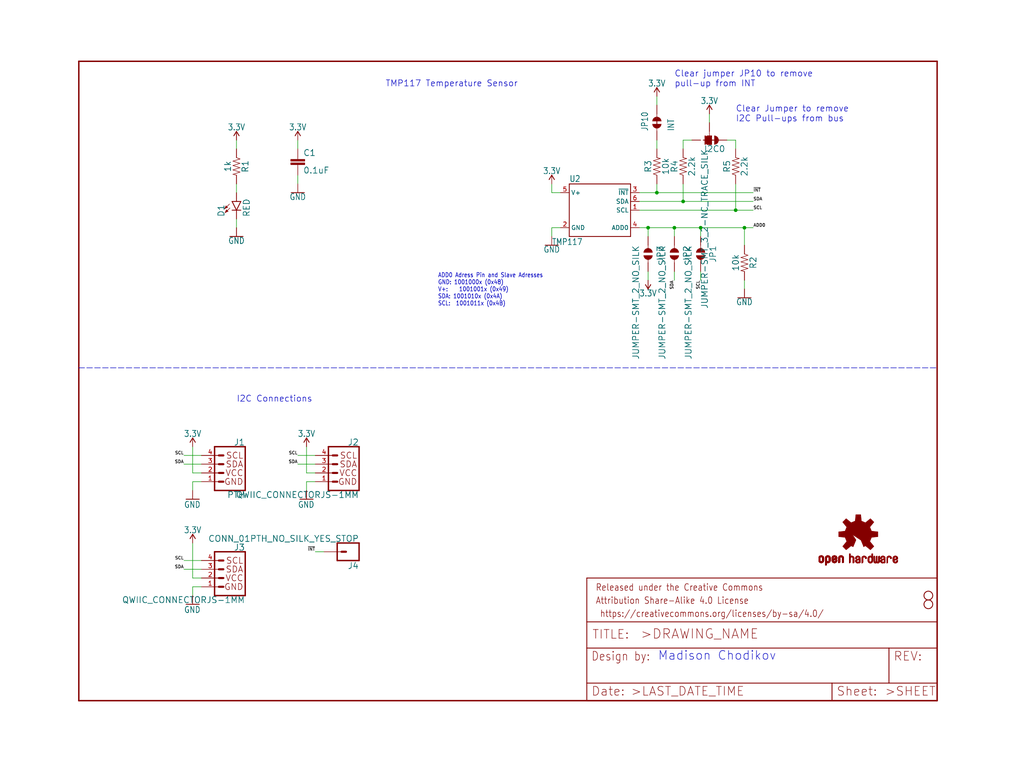
<source format=kicad_sch>
(kicad_sch (version 20211123) (generator eeschema)
  (paper "User" 297.002 223.926)
  (lib_symbols
    (symbol "eagleSchem-eagle-import:0.1UF-0603-25V-(+80{slash}-20%)"
      (property "Reference" "C" (at 1.524 2.921 0))
      (property "Value" "0.1UF-0603-25V-(+80{slash}-20%)" (at 1.524 -2.159 0))
      (symbol "0.1UF-0603-25V-(+80{slash}-20%)_1_0"
        (pin passive line (at 0 5.08 270) (length 2.54) (name "1") (number "1"))
        (pin passive line (at 0 -2.54 90) (length 2.54) (name "2") (number "2"))
      )
    )
    (symbol "eagleSchem-eagle-import:10KOHM-0603-1{slash}10W-1%"
      (property "Reference" "R" (at 0 1.524 0))
      (property "Value" "10KOHM-0603-1{slash}10W-1%" (at 0 -1.524 0))
      (symbol "10KOHM-0603-1{slash}10W-1%_1_0"
        (pin passive line (at -5.08 0 0) (length 2.54) (name "1") (number "1"))
        (pin passive line (at 5.08 0 180) (length 2.54) (name "2") (number "2"))
      )
    )
    (symbol "eagleSchem-eagle-import:1KOHM-0603-1{slash}10W-1%"
      (property "Reference" "R" (at 0 1.524 0))
      (property "Value" "1KOHM-0603-1{slash}10W-1%" (at 0 -1.524 0))
      (symbol "1KOHM-0603-1{slash}10W-1%_1_0"
        (pin passive line (at -5.08 0 0) (length 2.54) (name "1") (number "1"))
        (pin passive line (at 5.08 0 180) (length 2.54) (name "2") (number "2"))
      )
    )
    (symbol "eagleSchem-eagle-import:2.2KOHM-0603-1{slash}10W-1%"
      (property "Reference" "R" (at 0 1.524 0))
      (property "Value" "2.2KOHM-0603-1{slash}10W-1%" (at 0 -1.524 0))
      (symbol "2.2KOHM-0603-1{slash}10W-1%_1_0"
        (pin passive line (at -5.08 0 0) (length 2.54) (name "1") (number "1"))
        (pin passive line (at 5.08 0 180) (length 2.54) (name "2") (number "2"))
      )
    )
    (symbol "eagleSchem-eagle-import:3.3V" (power)
      (property "Value" "3.3V" (at 0 2.794 0))
      (symbol "3.3V_1_0"
        (pin power_in line (at 0 0 90) (length 2.54) (name "3.3V") (number "1"))
      )
    )
    (symbol "eagleSchem-eagle-import:CONN_01PTH_NO_SILK_YES_STOP"
      (property "Reference" "J" (at -2.54 3.048 0))
      (property "Value" "CONN_01PTH_NO_SILK_YES_STOP" (at -2.54 -4.826 0))
      (symbol "CONN_01PTH_NO_SILK_YES_STOP_1_0"
        (pin passive line (at 7.62 0 180) (length 5.08) (name "1") (number "1"))
      )
    )
    (symbol "eagleSchem-eagle-import:FRAME-LETTER"
      (symbol "FRAME-LETTER_2_0"
        (text " https://creativecommons.org/licenses/by-sa/4.0/" (at 2.54 24.13 0) (effects (font (size 1.9304 1.6408)) (justify left bottom)))
        (text ">DRAWING_NAME" (at 15.494 17.78 0) (effects (font (size 2.7432 2.7432)) (justify left bottom)))
        (text ">LAST_DATE_TIME" (at 12.7 1.27 0) (effects (font (size 2.54 2.54)) (justify left bottom)))
        (text ">SHEET" (at 86.36 1.27 0) (effects (font (size 2.54 2.54)) (justify left bottom)))
        (text "Attribution Share-Alike 4.0 License" (at 2.54 27.94 0) (effects (font (size 1.9304 1.6408)) (justify left bottom)))
        (text "Date:" (at 1.27 1.27 0) (effects (font (size 2.54 2.54)) (justify left bottom)))
        (text "Design by:" (at 1.27 11.43 0) (effects (font (size 2.54 2.159)) (justify left bottom)))
        (text "Released under the Creative Commons" (at 2.54 31.75 0) (effects (font (size 1.9304 1.6408)) (justify left bottom)))
        (text "REV:" (at 88.9 11.43 0) (effects (font (size 2.54 2.54)) (justify left bottom)))
        (text "Sheet:" (at 72.39 1.27 0) (effects (font (size 2.54 2.54)) (justify left bottom)))
        (text "TITLE:" (at 1.524 17.78 0) (effects (font (size 2.54 2.54)) (justify left bottom)))
      )
    )
    (symbol "eagleSchem-eagle-import:GND" (power)
      (property "Value" "GND" (at -2.54 -2.54 0))
      (symbol "GND_1_0"
        (pin power_in line (at 0 2.54 270) (length 2.54) (name "GND") (number "1"))
      )
    )
    (symbol "eagleSchem-eagle-import:I2C_STANDARD_NO_SILK"
      (property "Reference" "J" (at -5.08 7.874 0))
      (property "Value" "I2C_STANDARD_NO_SILK" (at -5.08 -5.334 0))
      (symbol "I2C_STANDARD_NO_SILK_1_0"
        (text "GND" (at -4.572 -2.54 0) (effects (font (size 1.778 1.778)) (justify left)))
        (text "SCL" (at -4.572 5.08 0) (effects (font (size 1.778 1.778)) (justify left)))
        (text "SDA" (at -4.572 2.54 0) (effects (font (size 1.778 1.778)) (justify left)))
        (text "VCC" (at -4.572 0 0) (effects (font (size 1.778 1.778)) (justify left)))
        (pin power_in line (at 7.62 -2.54 180) (length 5.08) (name "GND") (number "1"))
        (pin power_in line (at 7.62 0 180) (length 5.08) (name "VCC") (number "2"))
        (pin passive line (at 7.62 2.54 180) (length 5.08) (name "SDA") (number "3"))
        (pin passive line (at 7.62 5.08 180) (length 5.08) (name "SCL") (number "4"))
      )
    )
    (symbol "eagleSchem-eagle-import:JUMPER-PAD-2-NC_BY_TRACE"
      (property "Reference" "JP" (at -2.54 2.54 0))
      (property "Value" "JUMPER-PAD-2-NC_BY_TRACE" (at -2.54 -5.08 0))
      (symbol "JUMPER-PAD-2-NC_BY_TRACE_1_0"
        (pin passive line (at -5.08 0 0) (length 2.54) (name "1") (number "1"))
        (pin passive line (at 5.08 0 180) (length 2.54) (name "2") (number "2"))
      )
    )
    (symbol "eagleSchem-eagle-import:JUMPER-SMT_2_NO_SILK"
      (property "Reference" "JP" (at -2.54 2.54 0))
      (property "Value" "JUMPER-SMT_2_NO_SILK" (at -2.54 -2.54 0))
      (symbol "JUMPER-SMT_2_NO_SILK_1_0"
        (pin passive line (at -5.08 0 0) (length 2.54) (name "1") (number "1"))
        (pin passive line (at 5.08 0 180) (length 2.54) (name "2") (number "2"))
      )
    )
    (symbol "eagleSchem-eagle-import:JUMPER-SMT_3_2-NC_TRACE_SILK"
      (property "Reference" "JP" (at 2.54 0.381 0))
      (property "Value" "JUMPER-SMT_3_2-NC_TRACE_SILK" (at 2.54 -0.381 0))
      (symbol "JUMPER-SMT_3_2-NC_TRACE_SILK_1_0"
        (pin passive line (at 0 5.08 270) (length 2.54) (name "1") (number "1"))
        (pin passive line (at -5.08 0 0) (length 2.54) (name "2") (number "2"))
        (pin passive line (at 0 -5.08 90) (length 2.54) (name "3") (number "3"))
      )
    )
    (symbol "eagleSchem-eagle-import:LED-RED0603"
      (property "Reference" "D" (at -3.429 -4.572 90))
      (property "Value" "LED-RED0603" (at 1.905 -4.572 90))
      (symbol "LED-RED0603_1_0"
        (pin passive line (at 0 2.54 270) (length 2.54) (name "A") (number "A"))
        (pin passive line (at 0 -5.08 90) (length 2.54) (name "C") (number "C"))
      )
    )
    (symbol "eagleSchem-eagle-import:OSHW-LOGOMINI")
    (symbol "eagleSchem-eagle-import:QWIIC_CONNECTORJS-1MM"
      (property "Reference" "J" (at -5.08 7.874 0))
      (property "Value" "QWIIC_CONNECTORJS-1MM" (at -5.08 -5.334 0))
      (symbol "QWIIC_CONNECTORJS-1MM_1_0"
        (text "GND" (at -4.572 -2.54 0) (effects (font (size 1.778 1.778)) (justify left)))
        (text "SCL" (at -4.572 5.08 0) (effects (font (size 1.778 1.778)) (justify left)))
        (text "SDA" (at -4.572 2.54 0) (effects (font (size 1.778 1.778)) (justify left)))
        (text "VCC" (at -4.572 0 0) (effects (font (size 1.778 1.778)) (justify left)))
        (pin power_in line (at 7.62 -2.54 180) (length 5.08) (name "1") (number "1"))
        (pin power_in line (at 7.62 0 180) (length 5.08) (name "2") (number "2"))
        (pin passive line (at 7.62 2.54 180) (length 5.08) (name "3") (number "3"))
        (pin passive line (at 7.62 5.08 180) (length 5.08) (name "4") (number "4"))
      )
    )
    (symbol "eagleSchem-eagle-import:STAND-OFF")
    (symbol "eagleSchem-eagle-import:TMP117"
      (property "Reference" "U" (at -7.62 8.128 0))
      (property "Value" "TMP117" (at -7.62 -10.16 0))
      (symbol "TMP117_1_0"
        (pin bidirectional line (at 12.7 0 180) (length 2.54) (name "SCL") (number "1"))
        (pin bidirectional line (at -10.16 -5.08 0) (length 2.54) (name "GND") (number "2"))
        (pin bidirectional line (at 12.7 5.08 180) (length 2.54) (name "~{INT}") (number "3"))
        (pin bidirectional line (at 12.7 -5.08 180) (length 2.54) (name "ADD0") (number "4"))
        (pin power_in line (at -10.16 5.08 0) (length 2.54) (name "V+") (number "5"))
        (pin bidirectional line (at 12.7 2.54 180) (length 2.54) (name "SDA") (number "6"))
      )
    )
  )
  (junction (at 190.5 55.88))
  (junction (at 203.2 66.04))
  (junction (at 213.36 60.96))
  (junction (at 195.58 66.04))
  (junction (at 187.96 66.04))
  (junction (at 198.12 58.42))
  (junction (at 215.9 66.04))
  (wire (pts (xy 190.5 40.64) (xy 190.5 43.18)))
  (wire (pts (xy 215.9 81.28) (xy 215.9 83.82)))
  (wire (pts (xy 58.42 132.08) (xy 53.34 132.08)))
  (wire (pts (xy 195.58 81.28) (xy 195.58 78.74)))
  (wire (pts (xy 205.74 35.56) (xy 205.74 33.02)))
  (wire (pts (xy 187.96 81.28) (xy 187.96 78.74)))
  (wire (pts (xy 68.58 63.5) (xy 68.58 66.04)))
  (wire (pts (xy 210.82 40.64) (xy 213.36 40.64)))
  (wire (pts (xy 213.36 43.18) (xy 213.36 40.64)))
  (wire (pts (xy 53.34 134.62) (xy 58.42 134.62)))
  (wire (pts (xy 198.12 58.42) (xy 185.42 58.42)))
  (wire (pts (xy 203.2 68.58) (xy 203.2 66.04)))
  (wire (pts (xy 55.88 142.24) (xy 55.88 139.7)))
  (wire (pts (xy 68.58 53.34) (xy 68.58 55.88)))
  (wire (pts (xy 55.88 129.54) (xy 55.88 137.16)))
  (wire (pts (xy 160.02 66.04) (xy 162.56 66.04)))
  (wire (pts (xy 55.88 167.64) (xy 58.42 167.64)))
  (wire (pts (xy 55.88 172.72) (xy 55.88 170.18)))
  (wire (pts (xy 187.96 68.58) (xy 187.96 66.04)))
  (wire (pts (xy 86.36 50.8) (xy 86.36 53.34)))
  (wire (pts (xy 213.36 60.96) (xy 185.42 60.96)))
  (wire (pts (xy 53.34 162.56) (xy 58.42 162.56)))
  (wire (pts (xy 93.98 160.02) (xy 91.44 160.02)))
  (wire (pts (xy 203.2 66.04) (xy 215.9 66.04)))
  (wire (pts (xy 203.2 81.28) (xy 203.2 78.74)))
  (wire (pts (xy 198.12 43.18) (xy 198.12 40.64)))
  (polyline (pts (xy 22.86 106.68) (xy 271.78 106.68)))
  (wire (pts (xy 160.02 53.34) (xy 160.02 55.88)))
  (wire (pts (xy 187.96 66.04) (xy 195.58 66.04)))
  (wire (pts (xy 160.02 55.88) (xy 162.56 55.88)))
  (wire (pts (xy 68.58 40.64) (xy 68.58 43.18)))
  (wire (pts (xy 198.12 58.42) (xy 198.12 53.34)))
  (wire (pts (xy 215.9 66.04) (xy 218.44 66.04)))
  (wire (pts (xy 88.9 129.54) (xy 88.9 137.16)))
  (wire (pts (xy 58.42 165.1) (xy 53.34 165.1)))
  (wire (pts (xy 86.36 132.08) (xy 91.44 132.08)))
  (wire (pts (xy 218.44 60.96) (xy 213.36 60.96)))
  (wire (pts (xy 55.88 170.18) (xy 58.42 170.18)))
  (wire (pts (xy 185.42 66.04) (xy 187.96 66.04)))
  (wire (pts (xy 190.5 55.88) (xy 218.44 55.88)))
  (wire (pts (xy 160.02 68.58) (xy 160.02 66.04)))
  (wire (pts (xy 195.58 68.58) (xy 195.58 66.04)))
  (wire (pts (xy 55.88 157.48) (xy 55.88 167.64)))
  (wire (pts (xy 185.42 55.88) (xy 190.5 55.88)))
  (wire (pts (xy 218.44 58.42) (xy 198.12 58.42)))
  (wire (pts (xy 86.36 134.62) (xy 91.44 134.62)))
  (wire (pts (xy 86.36 43.18) (xy 86.36 40.64)))
  (wire (pts (xy 55.88 137.16) (xy 58.42 137.16)))
  (wire (pts (xy 213.36 60.96) (xy 213.36 53.34)))
  (wire (pts (xy 55.88 139.7) (xy 58.42 139.7)))
  (wire (pts (xy 215.9 66.04) (xy 215.9 71.12)))
  (wire (pts (xy 88.9 142.24) (xy 88.9 139.7)))
  (wire (pts (xy 190.5 53.34) (xy 190.5 55.88)))
  (wire (pts (xy 195.58 66.04) (xy 203.2 66.04)))
  (wire (pts (xy 88.9 139.7) (xy 91.44 139.7)))
  (wire (pts (xy 190.5 27.94) (xy 190.5 30.48)))
  (wire (pts (xy 88.9 137.16) (xy 91.44 137.16)))
  (wire (pts (xy 198.12 40.64) (xy 200.66 40.64)))
  (text "ADD0 Adress Pin and Slave Adresses\nGND: 1001000x (0x48)\nV+:    1001001x (0x49)\nSDA: 1001010x (0x4A)\nSCL:  1001011x (0x4B)" (at 127 88.9 0) (effects (font (size 1.27 1.0795)) (justify left bottom)))
  (text "TMP117 Temperature Sensor" (at 111.76 25.4 180) (effects (font (size 1.778 1.778)) (justify left bottom)))
  (text "Clear jumper JP10 to remove\npull-up from INT" (at 195.58 25.4 180) (effects (font (size 1.778 1.778)) (justify left bottom)))
  (text "I2C Connections" (at 68.58 116.84 180) (effects (font (size 1.778 1.778)) (justify left bottom)))
  (text "Clear Jumper to remove\nI2C Pull-ups from bus" (at 213.36 35.56 180) (effects (font (size 1.778 1.778)) (justify left bottom)))
  (text "Madison Chodikov" (at 190.754 191.77 180) (effects (font (size 2.54 2.54)) (justify left bottom)))
  (label "SDA" (at 53.34 134.62 180) (effects (font (size 0.889 0.889))))
  (label "~{INT}" (at 218.44 55.88 0) (effects (font (size 0.889 0.889))))
  (label "SCL" (at 53.34 162.56 180) (effects (font (size 0.889 0.889))))
  (label "SDA" (at 195.58 81.28 270) (effects (font (size 0.889 0.889))))
  (label "SCL" (at 218.44 60.96 0) (effects (font (size 0.889 0.889))))
  (label "~{INT}" (at 91.44 160.02 180) (effects (font (size 0.889 0.889))))
  (label "SCL" (at 203.2 81.28 270) (effects (font (size 0.889 0.889))))
  (label "SCL" (at 86.36 132.08 180) (effects (font (size 0.889 0.889))))
  (label "SCL" (at 53.34 132.08 180) (effects (font (size 0.889 0.889))))
  (label "ADD0" (at 218.44 66.04 0) (effects (font (size 0.889 0.889))))
  (label "SDA" (at 86.36 134.62 180) (effects (font (size 0.889 0.889))))
  (label "SDA" (at 53.34 165.1 180) (effects (font (size 0.889 0.889))))
  (label "SDA" (at 218.44 58.42 0) (effects (font (size 0.889 0.889))))
  (symbol (lib_id "eagleSchem-eagle-import:0.1UF-0603-25V-(+80{slash}-20%)") (at 86.36 48.26 0) (unit 1)
    (property "Reference" "C1" (at 87.884 45.339 0) (effects (font (size 1.778 1.778)) (justify left bottom)))
    (property "Value" "0.1uF" (at 87.884 50.419 0) (effects (font (size 1.778 1.778)) (justify left bottom)))
    (property "Footprint" "eagleSchem:0603" (effects hide))
  )
  (symbol (lib_id "eagleSchem-eagle-import:GND") (at 55.88 175.26 0) (unit 1)
    (property "Reference" "#GND6" (effects hide))
    (property "Value" "GND" (at 53.34 177.8 0) (effects (font (size 1.778 1.5113)) (justify left bottom)))
    (property "Footprint" "eagleSchem:" (effects hide))
  )
  (symbol (lib_id "eagleSchem-eagle-import:OSHW-LOGOMINI") (at 248.92 154.94 0) (unit 1)
    (property "Reference" "LOGO1" (effects hide))
    (property "Value" "OSHW-LOGOMINI" (effects hide))
    (property "Footprint" "eagleSchem:OSHW-LOGO-MINI" (effects hide))
  )
  (symbol (lib_id "eagleSchem-eagle-import:3.3V") (at 187.96 81.28 180) (unit 1)
    (property "Reference" "#SUPPLY2" (effects hide))
    (property "Value" "3.3V" (at 187.96 84.074 0) (effects (font (size 1.778 1.5113)) (justify bottom)))
    (property "Footprint" "eagleSchem:" (effects hide))
  )
  (symbol (lib_id "eagleSchem-eagle-import:GND") (at 160.02 71.12 0) (unit 1)
    (property "Reference" "#GND2" (effects hide))
    (property "Value" "GND" (at 160.02 71.374 0) (effects (font (size 1.778 1.5113)) (justify top)))
    (property "Footprint" "eagleSchem:" (effects hide))
  )
  (symbol (lib_id "eagleSchem-eagle-import:STAND-OFF") (at 269.24 172.72 0) (unit 1)
    (property "Reference" "JP8" (effects hide))
    (property "Value" "STAND-OFF" (effects hide))
    (property "Footprint" "eagleSchem:STAND-OFF" (effects hide))
  )
  (symbol (lib_id "eagleSchem-eagle-import:GND") (at 55.88 144.78 0) (unit 1)
    (property "Reference" "#GND5" (effects hide))
    (property "Value" "GND" (at 53.34 147.32 0) (effects (font (size 1.778 1.5113)) (justify left bottom)))
    (property "Footprint" "eagleSchem:" (effects hide))
  )
  (symbol (lib_id "eagleSchem-eagle-import:JUMPER-SMT_3_2-NC_TRACE_SILK") (at 205.74 40.64 270) (unit 1)
    (property "Reference" "I2C0" (at 204.089 44.196 90) (effects (font (size 1.778 1.778)) (justify left bottom)))
    (property "Value" "JUMPER-SMT_3_2-NC_TRACE_SILK" (at 205.359 43.18 0) (effects (font (size 1.778 1.778)) (justify left top)))
    (property "Footprint" "eagleSchem:SMT-JUMPER_3_2-NC_TRACE_SILK" (effects hide))
  )
  (symbol (lib_id "eagleSchem-eagle-import:3.3V") (at 205.74 33.02 0) (unit 1)
    (property "Reference" "#SUPPLY9" (effects hide))
    (property "Value" "3.3V" (at 205.74 30.226 0) (effects (font (size 1.778 1.5113)) (justify bottom)))
    (property "Footprint" "eagleSchem:" (effects hide))
  )
  (symbol (lib_id "eagleSchem-eagle-import:3.3V") (at 68.58 40.64 0) (unit 1)
    (property "Reference" "#SUPPLY1" (effects hide))
    (property "Value" "3.3V" (at 68.58 37.846 0) (effects (font (size 1.778 1.5113)) (justify bottom)))
    (property "Footprint" "eagleSchem:" (effects hide))
  )
  (symbol (lib_id "eagleSchem-eagle-import:3.3V") (at 55.88 157.48 0) (unit 1)
    (property "Reference" "#SUPPLY4" (effects hide))
    (property "Value" "3.3V" (at 55.88 154.686 0) (effects (font (size 1.778 1.5113)) (justify bottom)))
    (property "Footprint" "eagleSchem:" (effects hide))
  )
  (symbol (lib_id "eagleSchem-eagle-import:3.3V") (at 86.36 40.64 0) (unit 1)
    (property "Reference" "#SUPPLY5" (effects hide))
    (property "Value" "3.3V" (at 86.36 37.846 0) (effects (font (size 1.778 1.5113)) (justify bottom)))
    (property "Footprint" "eagleSchem:" (effects hide))
  )
  (symbol (lib_id "eagleSchem-eagle-import:3.3V") (at 190.5 27.94 0) (unit 1)
    (property "Reference" "#SUPPLY8" (effects hide))
    (property "Value" "3.3V" (at 190.5 25.146 0) (effects (font (size 1.778 1.5113)) (justify bottom)))
    (property "Footprint" "eagleSchem:" (effects hide))
  )
  (symbol (lib_id "eagleSchem-eagle-import:JUMPER-SMT_2_NO_SILK") (at 203.2 73.66 270) (unit 1)
    (property "Reference" "JP1" (at 205.74 71.12 0) (effects (font (size 1.778 1.778)) (justify left bottom)))
    (property "Value" "JUMPER-SMT_2_NO_SILK" (at 200.66 71.12 0) (effects (font (size 1.778 1.778)) (justify left top)))
    (property "Footprint" "eagleSchem:SMT-JUMPER_2_NO_SILK" (effects hide))
  )
  (symbol (lib_id "eagleSchem-eagle-import:GND") (at 68.58 68.58 0) (unit 1)
    (property "Reference" "#GND1" (effects hide))
    (property "Value" "GND" (at 68.58 68.834 0) (effects (font (size 1.778 1.5113)) (justify top)))
    (property "Footprint" "eagleSchem:" (effects hide))
  )
  (symbol (lib_id "eagleSchem-eagle-import:I2C_STANDARD_NO_SILK") (at 66.04 137.16 0) (mirror y) (unit 1)
    (property "Reference" "J1" (at 71.12 129.286 0) (effects (font (size 1.778 1.778)) (justify left bottom)))
    (property "Value" "PTH" (at 71.12 142.494 0) (effects (font (size 1.778 1.778)) (justify left top)))
    (property "Footprint" "eagleSchem:1X04_NO_SILK" (effects hide))
  )
  (symbol (lib_id "eagleSchem-eagle-import:3.3V") (at 88.9 129.54 0) (unit 1)
    (property "Reference" "#SUPPLY7" (effects hide))
    (property "Value" "3.3V" (at 88.9 126.746 0) (effects (font (size 1.778 1.5113)) (justify bottom)))
    (property "Footprint" "eagleSchem:" (effects hide))
  )
  (symbol (lib_id "eagleSchem-eagle-import:TMP117") (at 172.72 60.96 0) (unit 1)
    (property "Reference" "U2" (at 165.1 52.832 0) (effects (font (size 1.778 1.5113)) (justify left bottom)))
    (property "Value" "TMP117" (at 160.02 71.12 0) (effects (font (size 1.778 1.5113)) (justify left bottom)))
    (property "Footprint" "eagleSchem:TMP117" (effects hide))
  )
  (symbol (lib_id "eagleSchem-eagle-import:FRAME-LETTER") (at 170.18 203.2 0) (unit 2)
    (property "Reference" "FRAME1" (effects hide))
    (property "Value" "FRAME-LETTER" (effects hide))
    (property "Footprint" "eagleSchem:CREATIVE_COMMONS" (effects hide))
  )
  (symbol (lib_id "eagleSchem-eagle-import:STAND-OFF") (at 269.24 175.26 0) (unit 1)
    (property "Reference" "JP9" (effects hide))
    (property "Value" "STAND-OFF" (effects hide))
    (property "Footprint" "eagleSchem:STAND-OFF" (effects hide))
  )
  (symbol (lib_id "eagleSchem-eagle-import:JUMPER-SMT_2_NO_SILK") (at 195.58 73.66 270) (unit 1)
    (property "Reference" "JP2" (at 198.12 71.12 0) (effects (font (size 1.778 1.778)) (justify left bottom)))
    (property "Value" "JUMPER-SMT_2_NO_SILK" (at 193.04 71.12 0) (effects (font (size 1.778 1.778)) (justify left top)))
    (property "Footprint" "eagleSchem:SMT-JUMPER_2_NO_SILK" (effects hide))
  )
  (symbol (lib_id "eagleSchem-eagle-import:3.3V") (at 55.88 129.54 0) (unit 1)
    (property "Reference" "#SUPPLY3" (effects hide))
    (property "Value" "3.3V" (at 55.88 126.746 0) (effects (font (size 1.778 1.5113)) (justify bottom)))
    (property "Footprint" "eagleSchem:" (effects hide))
  )
  (symbol (lib_id "eagleSchem-eagle-import:FRAME-LETTER") (at 22.86 203.2 0) (unit 1)
    (property "Reference" "FRAME1" (effects hide))
    (property "Value" "FRAME-LETTER" (effects hide))
    (property "Footprint" "eagleSchem:CREATIVE_COMMONS" (effects hide))
  )
  (symbol (lib_id "eagleSchem-eagle-import:10KOHM-0603-1{slash}10W-1%") (at 215.9 76.2 270) (unit 1)
    (property "Reference" "R2" (at 217.424 76.2 0) (effects (font (size 1.778 1.778)) (justify bottom)))
    (property "Value" "10k" (at 214.376 76.2 0) (effects (font (size 1.778 1.778)) (justify top)))
    (property "Footprint" "eagleSchem:0603" (effects hide))
  )
  (symbol (lib_id "eagleSchem-eagle-import:2.2KOHM-0603-1{slash}10W-1%") (at 198.12 48.26 90) (unit 1)
    (property "Reference" "R4" (at 196.596 48.26 0) (effects (font (size 1.778 1.778)) (justify bottom)))
    (property "Value" "2.2k" (at 199.644 48.26 0) (effects (font (size 1.778 1.778)) (justify top)))
    (property "Footprint" "eagleSchem:0603" (effects hide))
  )
  (symbol (lib_id "eagleSchem-eagle-import:2.2KOHM-0603-1{slash}10W-1%") (at 213.36 48.26 90) (unit 1)
    (property "Reference" "R5" (at 211.836 48.26 0) (effects (font (size 1.778 1.778)) (justify bottom)))
    (property "Value" "2.2k" (at 214.884 48.26 0) (effects (font (size 1.778 1.778)) (justify top)))
    (property "Footprint" "eagleSchem:0603" (effects hide))
  )
  (symbol (lib_id "eagleSchem-eagle-import:CONN_01PTH_NO_SILK_YES_STOP") (at 101.6 160.02 180) (unit 1)
    (property "Reference" "J4" (at 104.14 163.068 0) (effects (font (size 1.778 1.778)) (justify left bottom)))
    (property "Value" "CONN_01PTH_NO_SILK_YES_STOP" (at 104.14 155.194 0) (effects (font (size 1.778 1.778)) (justify left bottom)))
    (property "Footprint" "eagleSchem:1X01_NO_SILK" (effects hide))
  )
  (symbol (lib_id "eagleSchem-eagle-import:GND") (at 215.9 86.36 0) (unit 1)
    (property "Reference" "#GND3" (effects hide))
    (property "Value" "GND" (at 215.9 86.614 0) (effects (font (size 1.778 1.5113)) (justify top)))
    (property "Footprint" "eagleSchem:" (effects hide))
  )
  (symbol (lib_id "eagleSchem-eagle-import:10KOHM-0603-1{slash}10W-1%") (at 190.5 48.26 90) (unit 1)
    (property "Reference" "R3" (at 188.976 48.26 0) (effects (font (size 1.778 1.778)) (justify bottom)))
    (property "Value" "10k" (at 192.024 48.26 0) (effects (font (size 1.778 1.778)) (justify top)))
    (property "Footprint" "eagleSchem:0603" (effects hide))
  )
  (symbol (lib_id "eagleSchem-eagle-import:QWIIC_CONNECTORJS-1MM") (at 99.06 137.16 0) (mirror y) (unit 1)
    (property "Reference" "J2" (at 104.14 129.286 0) (effects (font (size 1.778 1.778)) (justify left bottom)))
    (property "Value" "QWIIC_CONNECTORJS-1MM" (at 104.14 142.494 0) (effects (font (size 1.778 1.778)) (justify left top)))
    (property "Footprint" "eagleSchem:JST04_1MM_RA" (effects hide))
  )
  (symbol (lib_id "eagleSchem-eagle-import:JUMPER-PAD-2-NC_BY_TRACE") (at 190.5 35.56 90) (unit 1)
    (property "Reference" "JP10" (at 187.96 38.1 0) (effects (font (size 1.778 1.5113)) (justify left bottom)))
    (property "Value" "INT" (at 195.58 38.1 0) (effects (font (size 1.778 1.5113)) (justify left bottom)))
    (property "Footprint" "eagleSchem:PAD-JUMPER-2-NC_BY_TRACE_YES_SILK" (effects hide))
  )
  (symbol (lib_id "eagleSchem-eagle-import:GND") (at 88.9 144.78 0) (unit 1)
    (property "Reference" "#GND7" (effects hide))
    (property "Value" "GND" (at 86.36 147.32 0) (effects (font (size 1.778 1.5113)) (justify left bottom)))
    (property "Footprint" "eagleSchem:" (effects hide))
  )
  (symbol (lib_id "eagleSchem-eagle-import:QWIIC_CONNECTORJS-1MM") (at 66.04 167.64 0) (mirror y) (unit 1)
    (property "Reference" "J3" (at 71.12 159.766 0) (effects (font (size 1.778 1.778)) (justify left bottom)))
    (property "Value" "QWIIC_CONNECTORJS-1MM" (at 71.12 172.974 0) (effects (font (size 1.778 1.778)) (justify left top)))
    (property "Footprint" "eagleSchem:JST04_1MM_RA" (effects hide))
  )
  (symbol (lib_id "eagleSchem-eagle-import:JUMPER-SMT_2_NO_SILK") (at 187.96 73.66 270) (unit 1)
    (property "Reference" "JP3" (at 190.5 71.12 0) (effects (font (size 1.778 1.778)) (justify left bottom)))
    (property "Value" "JUMPER-SMT_2_NO_SILK" (at 185.42 71.12 0) (effects (font (size 1.778 1.778)) (justify left top)))
    (property "Footprint" "eagleSchem:SMT-JUMPER_2_NO_SILK" (effects hide))
  )
  (symbol (lib_id "eagleSchem-eagle-import:GND") (at 86.36 55.88 0) (unit 1)
    (property "Reference" "#GND4" (effects hide))
    (property "Value" "GND" (at 86.36 56.134 0) (effects (font (size 1.778 1.5113)) (justify top)))
    (property "Footprint" "eagleSchem:" (effects hide))
  )
  (symbol (lib_id "eagleSchem-eagle-import:1KOHM-0603-1{slash}10W-1%") (at 68.58 48.26 270) (unit 1)
    (property "Reference" "R1" (at 70.104 48.26 0) (effects (font (size 1.778 1.778)) (justify bottom)))
    (property "Value" "1k" (at 67.056 48.26 0) (effects (font (size 1.778 1.778)) (justify top)))
    (property "Footprint" "eagleSchem:0603" (effects hide))
  )
  (symbol (lib_id "eagleSchem-eagle-import:LED-RED0603") (at 68.58 58.42 0) (unit 1)
    (property "Reference" "D1" (at 65.151 62.992 90) (effects (font (size 1.778 1.778)) (justify left bottom)))
    (property "Value" "RED" (at 70.485 62.992 90) (effects (font (size 1.778 1.778)) (justify left top)))
    (property "Footprint" "eagleSchem:LED-0603" (effects hide))
  )
  (symbol (lib_id "eagleSchem-eagle-import:3.3V") (at 160.02 53.34 0) (unit 1)
    (property "Reference" "#SUPPLY6" (effects hide))
    (property "Value" "3.3V" (at 160.02 50.546 0) (effects (font (size 1.778 1.5113)) (justify bottom)))
    (property "Footprint" "eagleSchem:" (effects hide))
  )
)
</source>
